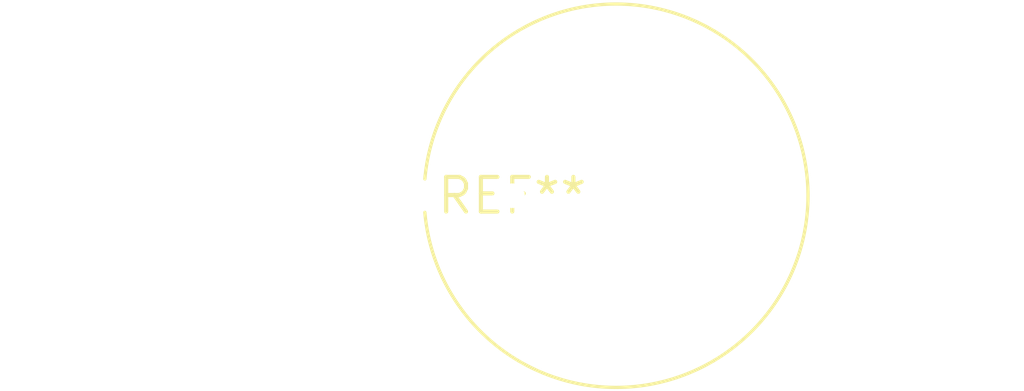
<source format=kicad_pcb>
(kicad_pcb (version 20240108) (generator pcbnew)
  (layers (0 "F.Cu" signal) (31 "B.Cu" signal) (34 "B.Paste" user) (35 "F.Paste" user) (36 "B.SilkS" user "B.Silkscreen") (37 "F.SilkS" user "F.Silkscreen") (38 "B.Mask" user) (39 "F.Mask" user) (44 "Edge.Cuts" user))
  (net 0 "")
  (footprint "Indicator_PUI_AI-1440-TWT-24V-2-R" (layer "F.Cu") (at 0 0)
    (property "Reference" "REF**")
    (property "Value" "Indicator_PUI_AI-1440-TWT-24V-2-R")
    (fp_arc (start -3.2 -0.615) (mid 10.826964 0.00257) (end -3.200448 0.60988) (layer "F.SilkS") (stroke (width 0.12)))
    (pad "1" thru_hole roundrect (at 0 0) (size 1.7 1.7) (drill 0.9) (layers *.Cu *.Mask) (remove_unused_layers) (roundrect_rratio 0.147))
    (pad "2" thru_hole circle (at 7.6 0) (size 1.7 1.7) (drill 0.9) (layers *.Cu *.Mask) (remove_unused_layers))
  )
)
</source>
